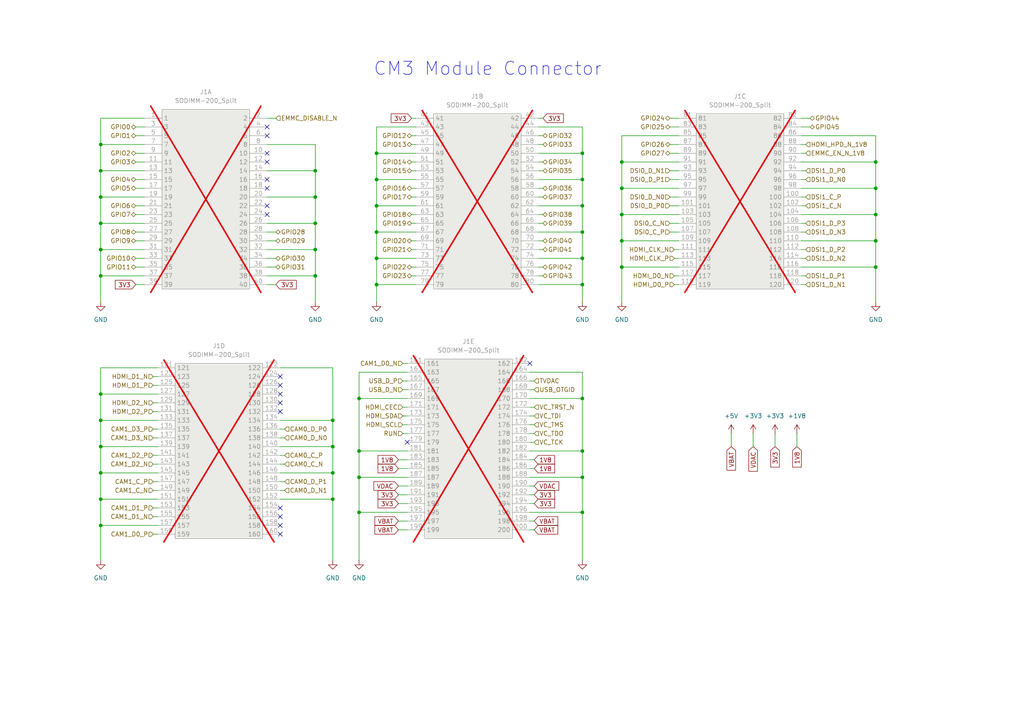
<source format=kicad_sch>
(kicad_sch (version 20231120) (generator "eeschema") (generator_version "8.0")
  (paper "A4")
  (title_block (title "Pi Compute Module 3 Minimum Viable Board") (date "2024-03-28") (rev "1") (company "Designed by: Kuro"))
  (lib_symbols
    (symbol "Connector:SODIMM-200_Split"
      (property "Reference" "J" (at 0 1.27 0))
      (property "Value" "SODIMM-200_Split" (at 0 -1.27 0))
      (symbol "SODIMM-200_Split_1_1"
        (rectangle (start -12.7 25.4) (end 12.7 -26.67) (fill (type background)))
        (pin passive line (at -17.78 22.86 0) (length 5.08) (name "1") (number "1"))
        (pin passive line (at 17.78 12.7 180) (length 5.08) (name "10") (number "10"))
        (pin passive line (at -17.78 10.16 0) (length 5.08) (name "11") (number "11"))
        (pin passive line (at 17.78 10.16 180) (length 5.08) (name "12") (number "12"))
        (pin passive line (at -17.78 7.62 0) (length 5.08) (name "13") (number "13"))
        (pin passive line (at 17.78 7.62 180) (length 5.08) (name "14") (number "14"))
        (pin passive line (at -17.78 5.08 0) (length 5.08) (name "15") (number "15"))
        (pin passive line (at 17.78 5.08 180) (length 5.08) (name "16") (number "16"))
        (pin passive line (at -17.78 2.54 0) (length 5.08) (name "17") (number "17"))
        (pin passive line (at 17.78 2.54 180) (length 5.08) (name "18") (number "18"))
        (pin passive line (at -17.78 0 0) (length 5.08) (name "19") (number "19"))
        (pin passive line (at 17.78 22.86 180) (length 5.08) (name "2") (number "2"))
        (pin passive line (at 17.78 0 180) (length 5.08) (name "20") (number "20"))
        (pin passive line (at -17.78 -2.54 0) (length 5.08) (name "21") (number "21"))
        (pin passive line (at 17.78 -2.54 180) (length 5.08) (name "22") (number "22"))
        (pin passive line (at -17.78 -5.08 0) (length 5.08) (name "23") (number "23"))
        (pin passive line (at 17.78 -5.08 180) (length 5.08) (name "24") (number "24"))
        (pin passive line (at -17.78 -7.62 0) (length 5.08) (name "25") (number "25"))
        (pin passive line (at 17.78 -7.62 180) (length 5.08) (name "26") (number "26"))
        (pin passive line (at -17.78 -10.16 0) (length 5.08) (name "27") (number "27"))
        (pin passive line (at 17.78 -10.16 180) (length 5.08) (name "28") (number "28"))
        (pin passive line (at -17.78 -12.7 0) (length 5.08) (name "29") (number "29"))
        (pin passive line (at -17.78 20.32 0) (length 5.08) (name "3") (number "3"))
        (pin passive line (at 17.78 -12.7 180) (length 5.08) (name "30") (number "30"))
        (pin passive line (at -17.78 -15.24 0) (length 5.08) (name "31") (number "31"))
        (pin passive line (at 17.78 -15.24 180) (length 5.08) (name "32") (number "32"))
        (pin passive line (at -17.78 -17.78 0) (length 5.08) (name "33") (number "33"))
        (pin passive line (at 17.78 -17.78 180) (length 5.08) (name "34") (number "34"))
        (pin passive line (at -17.78 -20.32 0) (length 5.08) (name "35") (number "35"))
        (pin passive line (at 17.78 -20.32 180) (length 5.08) (name "36") (number "36"))
        (pin passive line (at -17.78 -22.86 0) (length 5.08) (name "37") (number "37"))
        (pin passive line (at 17.78 -22.86 180) (length 5.08) (name "38") (number "38"))
        (pin passive line (at -17.78 -25.4 0) (length 5.08) (name "39") (number "39"))
        (pin passive line (at 17.78 20.32 180) (length 5.08) (name "4") (number "4"))
        (pin passive line (at 17.78 -25.4 180) (length 5.08) (name "40") (number "40"))
        (pin passive line (at -17.78 17.78 0) (length 5.08) (name "5") (number "5"))
        (pin passive line (at 17.78 17.78 180) (length 5.08) (name "6") (number "6"))
        (pin passive line (at -17.78 15.24 0) (length 5.08) (name "7") (number "7"))
        (pin passive line (at 17.78 15.24 180) (length 5.08) (name "8") (number "8"))
        (pin passive line (at -17.78 12.7 0) (length 5.08) (name "9") (number "9"))
      )
      (symbol "SODIMM-200_Split_2_1"
        (rectangle (start -12.7 -26.67) (end 12.7 24.13) (fill (type background)))
        (pin passive line (at -17.78 22.86 0) (length 5.08) (name "41") (number "41"))
        (pin passive line (at 17.78 22.86 180) (length 5.08) (name "42") (number "42"))
        (pin passive line (at -17.78 20.32 0) (length 5.08) (name "43") (number "43"))
        (pin passive line (at 17.78 20.32 180) (length 5.08) (name "44") (number "44"))
        (pin passive line (at -17.78 17.78 0) (length 5.08) (name "45") (number "45"))
        (pin passive line (at 17.78 17.78 180) (length 5.08) (name "46") (number "46"))
        (pin passive line (at -17.78 15.24 0) (length 5.08) (name "47") (number "47"))
        (pin passive line (at 17.78 15.24 180) (length 5.08) (name "48") (number "48"))
        (pin passive line (at -17.78 12.7 0) (length 5.08) (name "49") (number "49"))
        (pin passive line (at 17.78 12.7 180) (length 5.08) (name "50") (number "50"))
        (pin passive line (at -17.78 10.16 0) (length 5.08) (name "51") (number "51"))
        (pin passive line (at 17.78 10.16 180) (length 5.08) (name "52") (number "52"))
        (pin passive line (at -17.78 7.62 0) (length 5.08) (name "53") (number "53"))
        (pin passive line (at 17.78 7.62 180) (length 5.08) (name "54") (number "54"))
        (pin passive line (at -17.78 5.08 0) (length 5.08) (name "55") (number "55"))
        (pin passive line (at 17.78 5.08 180) (length 5.08) (name "56") (number "56"))
        (pin passive line (at -17.78 2.54 0) (length 5.08) (name "57") (number "57"))
        (pin passive line (at 17.78 2.54 180) (length 5.08) (name "58") (number "58"))
        (pin passive line (at -17.78 0 0) (length 5.08) (name "59") (number "59"))
        (pin passive line (at 17.78 0 180) (length 5.08) (name "60") (number "60"))
        (pin passive line (at -17.78 -2.54 0) (length 5.08) (name "61") (number "61"))
        (pin passive line (at 17.78 -2.54 180) (length 5.08) (name "62") (number "62"))
        (pin passive line (at -17.78 -5.08 0) (length 5.08) (name "63") (number "63"))
        (pin passive line (at 17.78 -5.08 180) (length 5.08) (name "64") (number "64"))
        (pin passive line (at -17.78 -7.62 0) (length 5.08) (name "65") (number "65"))
        (pin passive line (at 17.78 -7.62 180) (length 5.08) (name "66") (number "66"))
        (pin passive line (at -17.78 -10.16 0) (length 5.08) (name "67") (number "67"))
        (pin passive line (at 17.78 -10.16 180) (length 5.08) (name "68") (number "68"))
        (pin passive line (at -17.78 -12.7 0) (length 5.08) (name "69") (number "69"))
        (pin passive line (at 17.78 -12.7 180) (length 5.08) (name "70") (number "70"))
        (pin passive line (at -17.78 -15.24 0) (length 5.08) (name "71") (number "71"))
        (pin passive line (at 17.78 -15.24 180) (length 5.08) (name "72") (number "72"))
        (pin passive line (at -17.78 -17.78 0) (length 5.08) (name "73") (number "73"))
        (pin passive line (at 17.78 -17.78 180) (length 5.08) (name "74") (number "74"))
        (pin passive line (at -17.78 -20.32 0) (length 5.08) (name "75") (number "75"))
        (pin passive line (at 17.78 -20.32 180) (length 5.08) (name "76") (number "76"))
        (pin passive line (at -17.78 -22.86 0) (length 5.08) (name "77") (number "77"))
        (pin passive line (at 17.78 -22.86 180) (length 5.08) (name "78") (number "78"))
        (pin passive line (at -17.78 -25.4 0) (length 5.08) (name "79") (number "79"))
        (pin passive line (at 17.78 -25.4 180) (length 5.08) (name "80") (number "80"))
      )
      (symbol "SODIMM-200_Split_3_1"
        (rectangle (start -12.7 24.13) (end 12.7 -26.67) (fill (type background)))
        (pin passive line (at 17.78 0 180) (length 5.08) (name "100") (number "100"))
        (pin passive line (at -17.78 -2.54 0) (length 5.08) (name "101") (number "101"))
        (pin passive line (at 17.78 -2.54 180) (length 5.08) (name "102") (number "102"))
        (pin passive line (at -17.78 -5.08 0) (length 5.08) (name "103") (number "103"))
        (pin passive line (at 17.78 -5.08 180) (length 5.08) (name "104") (number "104"))
        (pin passive line (at -17.78 -7.62 0) (length 5.08) (name "105") (number "105"))
        (pin passive line (at 17.78 -7.62 180) (length 5.08) (name "106") (number "106"))
        (pin passive line (at -17.78 -10.16 0) (length 5.08) (name "107") (number "107"))
        (pin passive line (at 17.78 -10.16 180) (length 5.08) (name "108") (number "108"))
        (pin passive line (at -17.78 -12.7 0) (length 5.08) (name "109") (number "109"))
        (pin passive line (at 17.78 -12.7 180) (length 5.08) (name "110") (number "110"))
        (pin passive line (at -17.78 -15.24 0) (length 5.08) (name "111") (number "111"))
        (pin passive line (at 17.78 -15.24 180) (length 5.08) (name "112") (number "112"))
        (pin passive line (at -17.78 -17.78 0) (length 5.08) (name "113") (number "113"))
        (pin passive line (at 17.78 -17.78 180) (length 5.08) (name "114") (number "114"))
        (pin passive line (at -17.78 -20.32 0) (length 5.08) (name "115") (number "115"))
        (pin passive line (at 17.78 -20.32 180) (length 5.08) (name "116") (number "116"))
        (pin passive line (at -17.78 -22.86 0) (length 5.08) (name "117") (number "117"))
        (pin passive line (at 17.78 -22.86 180) (length 5.08) (name "118") (number "118"))
        (pin passive line (at -17.78 -25.4 0) (length 5.08) (name "119") (number "119"))
        (pin passive line (at 17.78 -25.4 180) (length 5.08) (name "120") (number "120"))
        (pin passive line (at -17.78 22.86 0) (length 5.08) (name "81") (number "81"))
        (pin passive line (at 17.78 22.86 180) (length 5.08) (name "82") (number "82"))
        (pin passive line (at -17.78 20.32 0) (length 5.08) (name "83") (number "83"))
        (pin passive line (at 17.78 20.32 180) (length 5.08) (name "84") (number "84"))
        (pin passive line (at -17.78 17.78 0) (length 5.08) (name "85") (number "85"))
        (pin passive line (at 17.78 17.78 180) (length 5.08) (name "86") (number "86"))
        (pin passive line (at -17.78 15.24 0) (length 5.08) (name "87") (number "87"))
        (pin passive line (at 17.78 15.24 180) (length 5.08) (name "88") (number "88"))
        (pin passive line (at -17.78 12.7 0) (length 5.08) (name "89") (number "89"))
        (pin passive line (at 17.78 12.7 180) (length 5.08) (name "90") (number "90"))
        (pin passive line (at -17.78 10.16 0) (length 5.08) (name "91") (number "91"))
        (pin passive line (at 17.78 10.16 180) (length 5.08) (name "92") (number "92"))
        (pin passive line (at -17.78 7.62 0) (length 5.08) (name "93") (number "93"))
        (pin passive line (at 17.78 7.62 180) (length 5.08) (name "94") (number "94"))
        (pin passive line (at -17.78 5.08 0) (length 5.08) (name "95") (number "95"))
        (pin passive line (at 17.78 5.08 180) (length 5.08) (name "96") (number "96"))
        (pin passive line (at -17.78 2.54 0) (length 5.08) (name "97") (number "97"))
        (pin passive line (at 17.78 2.54 180) (length 5.08) (name "98") (number "98"))
        (pin passive line (at -17.78 0 0) (length 5.08) (name "99") (number "99"))
      )
      (symbol "SODIMM-200_Split_4_1"
        (rectangle (start -12.7 24.13) (end 12.7 -26.67) (fill (type background)))
        (pin passive line (at -17.78 22.86 0) (length 5.08) (name "121") (number "121"))
        (pin passive line (at 17.78 22.86 180) (length 5.08) (name "122") (number "122"))
        (pin passive line (at -17.78 20.32 0) (length 5.08) (name "123") (number "123"))
        (pin passive line (at 17.78 20.32 180) (length 5.08) (name "124") (number "124"))
        (pin passive line (at -17.78 17.78 0) (length 5.08) (name "125") (number "125"))
        (pin passive line (at 17.78 17.78 180) (length 5.08) (name "126") (number "126"))
        (pin passive line (at -17.78 15.24 0) (length 5.08) (name "127") (number "127"))
        (pin passive line (at 17.78 15.24 180) (length 5.08) (name "128") (number "128"))
        (pin passive line (at -17.78 12.7 0) (length 5.08) (name "129") (number "129"))
        (pin passive line (at 17.78 12.7 180) (length 5.08) (name "130") (number "130"))
        (pin passive line (at -17.78 10.16 0) (length 5.08) (name "131") (number "131"))
        (pin passive line (at 17.78 10.16 180) (length 5.08) (name "132") (number "132"))
        (pin passive line (at -17.78 7.62 0) (length 5.08) (name "133") (number "133"))
        (pin passive line (at 17.78 7.62 180) (length 5.08) (name "134") (number "134"))
        (pin passive line (at -17.78 5.08 0) (length 5.08) (name "135") (number "135"))
        (pin passive line (at 17.78 5.08 180) (length 5.08) (name "136") (number "136"))
        (pin passive line (at -17.78 2.54 0) (length 5.08) (name "137") (number "137"))
        (pin passive line (at 17.78 2.54 180) (length 5.08) (name "138") (number "138"))
        (pin passive line (at -17.78 0 0) (length 5.08) (name "139") (number "139"))
        (pin passive line (at 17.78 0 180) (length 5.08) (name "140") (number "140"))
        (pin passive line (at -17.78 -2.54 0) (length 5.08) (name "141") (number "141"))
        (pin passive line (at 17.78 -2.54 180) (length 5.08) (name "142") (number "142"))
        (pin passive line (at -17.78 -5.08 0) (length 5.08) (name "143") (number "143"))
        (pin passive line (at 17.78 -5.08 180) (length 5.08) (name "144") (number "144"))
        (pin passive line (at -17.78 -7.62 0) (length 5.08) (name "145") (number "145"))
        (pin passive line (at 17.78 -7.62 180) (length 5.08) (name "146") (number "146"))
        (pin passive line (at -17.78 -10.16 0) (length 5.08) (name "147") (number "147"))
        (pin passive line (at 17.78 -10.16 180) (length 5.08) (name "148") (number "148"))
        (pin passive line (at -17.78 -12.7 0) (length 5.08) (name "149") (number "149"))
        (pin passive line (at 17.78 -12.7 180) (length 5.08) (name "150") (number "150"))
        (pin passive line (at -17.78 -15.24 0) (length 5.08) (name "151") (number "151"))
        (pin passive line (at 17.78 -15.24 180) (length 5.08) (name "152") (number "152"))
        (pin passive line (at -17.78 -17.78 0) (length 5.08) (name "153") (number "153"))
        (pin passive line (at 17.78 -17.78 180) (length 5.08) (name "154") (number "154"))
        (pin passive line (at -17.78 -20.32 0) (length 5.08) (name "155") (number "155"))
        (pin passive line (at 17.78 -20.32 180) (length 5.08) (name "156") (number "156"))
        (pin passive line (at -17.78 -22.86 0) (length 5.08) (name "157") (number "157"))
        (pin passive line (at 17.78 -22.86 180) (length 5.08) (name "158") (number "158"))
        (pin passive line (at -17.78 -25.4 0) (length 5.08) (name "159") (number "159"))
        (pin passive line (at 17.78 -25.4 180) (length 5.08) (name "160") (number "160"))
      )
      (symbol "SODIMM-200_Split_5_1"
        (rectangle (start -12.7 24.13) (end 12.7 -27.94) (fill (type background)))
        (pin passive line (at -17.78 22.86 0) (length 5.08) (name "161") (number "161"))
        (pin passive line (at 17.78 22.86 180) (length 5.08) (name "162") (number "162"))
        (pin passive line (at -17.78 20.32 0) (length 5.08) (name "163") (number "163"))
        (pin passive line (at 17.78 20.32 180) (length 5.08) (name "164") (number "164"))
        (pin passive line (at -17.78 17.78 0) (length 5.08) (name "165") (number "165"))
        (pin passive line (at 17.78 17.78 180) (length 5.08) (name "166") (number "166"))
        (pin passive line (at -17.78 15.24 0) (length 5.08) (name "167") (number "167"))
        (pin passive line (at 17.78 15.24 180) (length 5.08) (name "168") (number "168"))
        (pin passive line (at -17.78 12.7 0) (length 5.08) (name "169") (number "169"))
        (pin passive line (at 17.78 12.7 180) (length 5.08) (name "170") (number "170"))
        (pin passive line (at -17.78 10.16 0) (length 5.08) (name "171") (number "171"))
        (pin passive line (at 17.78 10.16 180) (length 5.08) (name "172") (number "172"))
        (pin passive line (at -17.78 7.62 0) (length 5.08) (name "173") (number "173"))
        (pin passive line (at 17.78 7.62 180) (length 5.08) (name "174") (number "174"))
        (pin passive line (at -17.78 5.08 0) (length 5.08) (name "175") (number "175"))
        (pin passive line (at 17.78 5.08 180) (length 5.08) (name "176") (number "176"))
        (pin passive line (at -17.78 2.54 0) (length 5.08) (name "177") (number "177"))
        (pin passive line (at 17.78 2.54 180) (length 5.08) (name "178") (number "178"))
        (pin passive line (at -17.78 0 0) (length 5.08) (name "179") (number "179"))
        (pin passive line (at 17.78 0 180) (length 5.08) (name "180") (number "180"))
        (pin passive line (at -17.78 -2.54 0) (length 5.08) (name "181") (number "181"))
        (pin passive line (at 17.78 -2.54 180) (length 5.08) (name "182") (number "182"))
        (pin passive line (at -17.78 -5.08 0) (length 5.08) (name "183") (number "183"))
        (pin passive line (at 17.78 -5.08 180) (length 5.08) (name "184") (number "184"))
        (pin passive line (at -17.78 -7.62 0) (length 5.08) (name "185") (number "185"))
        (pin passive line (at 17.78 -7.62 180) (length 5.08) (name "186") (number "186"))
        (pin passive line (at -17.78 -10.16 0) (length 5.08) (name "187") (number "187"))
        (pin passive line (at 17.78 -10.16 180) (length 5.08) (name "188") (number "188"))
        (pin passive line (at -17.78 -12.7 0) (length 5.08) (name "189") (number "189"))
        (pin passive line (at 17.78 -12.7 180) (length 5.08) (name "190") (number "190"))
        (pin passive line (at -17.78 -15.24 0) (length 5.08) (name "191") (number "191"))
        (pin passive line (at 17.78 -15.24 180) (length 5.08) (name "192") (number "192"))
        (pin passive line (at -17.78 -17.78 0) (length 5.08) (name "193") (number "193"))
        (pin passive line (at 17.78 -17.78 180) (length 5.08) (name "194") (number "194"))
        (pin passive line (at -17.78 -20.32 0) (length 5.08) (name "195") (number "195"))
        (pin passive line (at 17.78 -20.32 180) (length 5.08) (name "196") (number "196"))
        (pin passive line (at -17.78 -22.86 0) (length 5.08) (name "197") (number "197"))
        (pin passive line (at 17.78 -22.86 180) (length 5.08) (name "198") (number "198"))
        (pin passive line (at -17.78 -25.4 0) (length 5.08) (name "199") (number "199"))
        (pin passive line (at 17.78 -25.4 180) (length 5.08) (name "200") (number "200"))
      )
    )
    (symbol "power:+1V8" (power) (pin_numbers hide) (pin_names (offset 0) hide)
      (property "Value" "+1V8" (at 0 3.556 0))
      (symbol "+1V8_0_1"
        (polyline (pts (xy -0.762 1.27) (xy 0 2.54)))
        (polyline (pts (xy 0 0) (xy 0 2.54)))
        (polyline (pts (xy 0 2.54) (xy 0.762 1.27)))
      )
      (symbol "+1V8_1_1"
        (pin power_in line (at 0 0 90) (length 0) (name "~") (number "1"))
      )
    )
    (symbol "power:+3V3" (power) (pin_numbers hide) (pin_names (offset 0) hide)
      (property "Value" "+3V3" (at 0 3.556 0))
      (symbol "+3V3_0_1"
        (polyline (pts (xy -0.762 1.27) (xy 0 2.54)))
        (polyline (pts (xy 0 0) (xy 0 2.54)))
        (polyline (pts (xy 0 2.54) (xy 0.762 1.27)))
      )
      (symbol "+3V3_1_1"
        (pin power_in line (at 0 0 90) (length 0) (name "~") (number "1"))
      )
    )
    (symbol "power:+5V" (power) (pin_numbers hide) (pin_names (offset 0) hide)
      (property "Value" "+5V" (at 0 3.556 0))
      (symbol "+5V_0_1"
        (polyline (pts (xy -0.762 1.27) (xy 0 2.54)))
        (polyline (pts (xy 0 0) (xy 0 2.54)))
        (polyline (pts (xy 0 2.54) (xy 0.762 1.27)))
      )
      (symbol "+5V_1_1"
        (pin power_in line (at 0 0 90) (length 0) (name "~") (number "1"))
      )
    )
    (symbol "power:GND" (power) (pin_numbers hide) (pin_names (offset 0) hide)
      (property "Value" "GND" (at 0 -3.81 0))
      (symbol "GND_0_1"
        (polyline (pts (xy 0 0) (xy 0 -1.27) (xy 1.27 -1.27) (xy 0 -2.54) (xy -1.27 -1.27) (xy 0 -1.27)))
      )
      (symbol "GND_1_1"
        (pin power_in line (at 0 0 270) (length 0) (name "~") (number "1"))
      )
    )
  )
  (junction (at 91.44 64.77))
  (junction (at 29.21 80.01))
  (junction (at 29.21 129.54))
  (junction (at 96.52 129.54))
  (junction (at 180.34 46.99))
  (junction (at 96.52 137.16))
  (junction (at 104.14 148.59))
  (junction (at 109.22 59.69))
  (junction (at 168.91 59.69))
  (junction (at 96.52 144.78))
  (junction (at 29.21 144.78))
  (junction (at 29.21 49.53))
  (junction (at 29.21 57.15))
  (junction (at 109.22 67.31))
  (junction (at 91.44 49.53))
  (junction (at 168.91 115.57))
  (junction (at 180.34 77.47))
  (junction (at 168.91 74.93))
  (junction (at 104.14 138.43))
  (junction (at 104.14 130.81))
  (junction (at 168.91 148.59))
  (junction (at 254 77.47))
  (junction (at 29.21 137.16))
  (junction (at 168.91 82.55))
  (junction (at 29.21 114.3))
  (junction (at 96.52 121.92))
  (junction (at 168.91 130.81))
  (junction (at 180.34 54.61))
  (junction (at 104.14 115.57))
  (junction (at 29.21 121.92))
  (junction (at 180.34 69.85))
  (junction (at 254 54.61))
  (junction (at 109.22 74.93))
  (junction (at 168.91 67.31))
  (junction (at 168.91 44.45))
  (junction (at 109.22 44.45))
  (junction (at 168.91 52.07))
  (junction (at 91.44 72.39))
  (junction (at 254 62.23))
  (junction (at 29.21 64.77))
  (junction (at 29.21 152.4))
  (junction (at 109.22 82.55))
  (junction (at 91.44 80.01))
  (junction (at 168.91 138.43))
  (junction (at 254 46.99))
  (junction (at 91.44 57.15))
  (junction (at 29.21 41.91))
  (junction (at 109.22 52.07))
  (junction (at 254 69.85))
  (junction (at 29.21 72.39))
  (junction (at 180.34 62.23))
  (no_connect (at 81.28 111.76))
  (no_connect (at 118.11 128.27))
  (no_connect (at 77.47 54.61))
  (no_connect (at 81.28 149.86))
  (no_connect (at 77.47 52.07))
  (no_connect (at 81.28 147.32))
  (no_connect (at 153.67 105.41))
  (no_connect (at 81.28 119.38))
  (no_connect (at 77.47 44.45))
  (no_connect (at 81.28 114.3))
  (no_connect (at 81.28 152.4))
  (no_connect (at 77.47 62.23))
  (no_connect (at 81.28 116.84))
  (no_connect (at 77.47 46.99))
  (no_connect (at 77.47 59.69))
  (no_connect (at 81.28 109.22))
  (no_connect (at 81.28 154.94))
  (no_connect (at 77.47 39.37))
  (no_connect (at 77.47 36.83))
  (wire (pts (xy 153.67 118.11) (xy 154.94 118.11)))
  (wire (pts (xy 168.91 148.59) (xy 168.91 162.56)))
  (wire (pts (xy 91.44 41.91) (xy 91.44 49.53)))
  (wire (pts (xy 81.28 129.54) (xy 96.52 129.54)))
  (wire (pts (xy 44.45 127) (xy 45.72 127)))
  (wire (pts (xy 120.65 36.83) (xy 109.22 36.83)))
  (wire (pts (xy 115.57 153.67) (xy 118.11 153.67)))
  (wire (pts (xy 156.21 80.01) (xy 157.48 80.01)))
  (wire (pts (xy 81.28 121.92) (xy 96.52 121.92)))
  (wire (pts (xy 232.41 77.47) (xy 254 77.47)))
  (wire (pts (xy 39.37 77.47) (xy 41.91 77.47)))
  (wire (pts (xy 29.21 49.53) (xy 29.21 41.91)))
  (wire (pts (xy 96.52 137.16) (xy 96.52 144.78)))
  (wire (pts (xy 115.57 133.35) (xy 118.11 133.35)))
  (wire (pts (xy 29.21 137.16) (xy 45.72 137.16)))
  (wire (pts (xy 194.31 52.07) (xy 196.85 52.07)))
  (wire (pts (xy 81.28 124.46) (xy 82.55 124.46)))
  (wire (pts (xy 115.57 135.89) (xy 118.11 135.89)))
  (wire (pts (xy 39.37 44.45) (xy 41.91 44.45)))
  (wire (pts (xy 29.21 137.16) (xy 29.21 144.78)))
  (wire (pts (xy 231.14 125.73) (xy 231.14 129.54)))
  (wire (pts (xy 29.21 152.4) (xy 45.72 152.4)))
  (wire (pts (xy 195.58 72.39) (xy 196.85 72.39)))
  (wire (pts (xy 77.47 77.47) (xy 80.01 77.47)))
  (wire (pts (xy 119.38 54.61) (xy 120.65 54.61)))
  (wire (pts (xy 91.44 80.01) (xy 91.44 87.63)))
  (wire (pts (xy 39.37 69.85) (xy 41.91 69.85)))
  (wire (pts (xy 109.22 67.31) (xy 109.22 74.93)))
  (wire (pts (xy 119.38 80.01) (xy 120.65 80.01)))
  (wire (pts (xy 168.91 74.93) (xy 168.91 82.55)))
  (wire (pts (xy 180.34 69.85) (xy 196.85 69.85)))
  (wire (pts (xy 194.31 34.29) (xy 196.85 34.29)))
  (wire (pts (xy 168.91 36.83) (xy 168.91 44.45)))
  (wire (pts (xy 29.21 41.91) (xy 41.91 41.91)))
  (wire (pts (xy 153.67 140.97) (xy 154.94 140.97)))
  (wire (pts (xy 153.67 110.49) (xy 154.94 110.49)))
  (wire (pts (xy 232.41 64.77) (xy 233.68 64.77)))
  (wire (pts (xy 156.21 52.07) (xy 168.91 52.07)))
  (wire (pts (xy 195.58 80.01) (xy 196.85 80.01)))
  (wire (pts (xy 254 46.99) (xy 254 54.61)))
  (wire (pts (xy 254 69.85) (xy 254 77.47)))
  (wire (pts (xy 81.28 106.68) (xy 96.52 106.68)))
  (wire (pts (xy 232.41 57.15) (xy 233.68 57.15)))
  (wire (pts (xy 29.21 64.77) (xy 29.21 57.15)))
  (wire (pts (xy 116.84 113.03) (xy 118.11 113.03)))
  (wire (pts (xy 77.47 49.53) (xy 91.44 49.53)))
  (wire (pts (xy 156.21 36.83) (xy 168.91 36.83)))
  (wire (pts (xy 232.41 67.31) (xy 233.68 67.31)))
  (wire (pts (xy 156.21 49.53) (xy 157.48 49.53)))
  (wire (pts (xy 115.57 143.51) (xy 118.11 143.51)))
  (wire (pts (xy 29.21 87.63) (xy 29.21 80.01)))
  (wire (pts (xy 91.44 49.53) (xy 91.44 57.15)))
  (wire (pts (xy 29.21 129.54) (xy 29.21 137.16)))
  (wire (pts (xy 104.14 130.81) (xy 104.14 138.43)))
  (wire (pts (xy 194.31 36.83) (xy 196.85 36.83)))
  (wire (pts (xy 96.52 121.92) (xy 96.52 129.54)))
  (wire (pts (xy 29.21 114.3) (xy 45.72 114.3)))
  (wire (pts (xy 81.28 137.16) (xy 96.52 137.16)))
  (wire (pts (xy 218.44 125.73) (xy 218.44 129.54)))
  (wire (pts (xy 109.22 82.55) (xy 109.22 87.63)))
  (wire (pts (xy 153.67 143.51) (xy 154.94 143.51)))
  (wire (pts (xy 232.41 82.55) (xy 233.68 82.55)))
  (wire (pts (xy 156.21 69.85) (xy 157.48 69.85)))
  (wire (pts (xy 156.21 34.29) (xy 157.48 34.29)))
  (wire (pts (xy 232.41 49.53) (xy 233.68 49.53)))
  (wire (pts (xy 153.67 115.57) (xy 168.91 115.57)))
  (wire (pts (xy 109.22 52.07) (xy 109.22 59.69)))
  (wire (pts (xy 153.67 151.13) (xy 154.94 151.13)))
  (wire (pts (xy 180.34 69.85) (xy 180.34 77.47)))
  (wire (pts (xy 153.67 148.59) (xy 168.91 148.59)))
  (wire (pts (xy 39.37 36.83) (xy 41.91 36.83)))
  (wire (pts (xy 232.41 74.93) (xy 233.68 74.93)))
  (wire (pts (xy 77.47 74.93) (xy 80.01 74.93)))
  (wire (pts (xy 180.34 46.99) (xy 180.34 54.61)))
  (wire (pts (xy 168.91 130.81) (xy 168.91 138.43)))
  (wire (pts (xy 104.14 138.43) (xy 104.14 148.59)))
  (wire (pts (xy 116.84 125.73) (xy 118.11 125.73)))
  (wire (pts (xy 44.45 132.08) (xy 45.72 132.08)))
  (wire (pts (xy 168.91 107.95) (xy 168.91 115.57)))
  (wire (pts (xy 44.45 139.7) (xy 45.72 139.7)))
  (wire (pts (xy 194.31 64.77) (xy 196.85 64.77)))
  (wire (pts (xy 29.21 72.39) (xy 41.91 72.39)))
  (wire (pts (xy 104.14 115.57) (xy 104.14 130.81)))
  (wire (pts (xy 77.47 67.31) (xy 80.01 67.31)))
  (wire (pts (xy 96.52 106.68) (xy 96.52 121.92)))
  (wire (pts (xy 156.21 74.93) (xy 168.91 74.93)))
  (wire (pts (xy 254 62.23) (xy 254 69.85)))
  (wire (pts (xy 39.37 39.37) (xy 41.91 39.37)))
  (wire (pts (xy 44.45 134.62) (xy 45.72 134.62)))
  (wire (pts (xy 195.58 74.93) (xy 196.85 74.93)))
  (wire (pts (xy 168.91 82.55) (xy 168.91 87.63)))
  (wire (pts (xy 153.67 146.05) (xy 154.94 146.05)))
  (wire (pts (xy 156.21 54.61) (xy 157.48 54.61)))
  (wire (pts (xy 156.21 77.47) (xy 157.48 77.47)))
  (wire (pts (xy 156.21 67.31) (xy 168.91 67.31)))
  (wire (pts (xy 168.91 138.43) (xy 168.91 148.59)))
  (wire (pts (xy 29.21 144.78) (xy 29.21 152.4)))
  (wire (pts (xy 109.22 74.93) (xy 120.65 74.93)))
  (wire (pts (xy 29.21 152.4) (xy 29.21 162.56)))
  (wire (pts (xy 232.41 41.91) (xy 233.68 41.91)))
  (wire (pts (xy 153.67 138.43) (xy 168.91 138.43)))
  (wire (pts (xy 180.34 54.61) (xy 196.85 54.61)))
  (wire (pts (xy 168.91 44.45) (xy 168.91 52.07)))
  (wire (pts (xy 29.21 129.54) (xy 45.72 129.54)))
  (wire (pts (xy 91.44 72.39) (xy 91.44 80.01)))
  (wire (pts (xy 232.41 44.45) (xy 233.68 44.45)))
  (wire (pts (xy 180.34 77.47) (xy 180.34 87.63)))
  (wire (pts (xy 77.47 80.01) (xy 91.44 80.01)))
  (wire (pts (xy 156.21 62.23) (xy 157.48 62.23)))
  (wire (pts (xy 119.38 46.99) (xy 120.65 46.99)))
  (wire (pts (xy 168.91 67.31) (xy 168.91 74.93)))
  (wire (pts (xy 115.57 140.97) (xy 118.11 140.97)))
  (wire (pts (xy 180.34 62.23) (xy 196.85 62.23)))
  (wire (pts (xy 153.67 113.03) (xy 154.94 113.03)))
  (wire (pts (xy 29.21 106.68) (xy 29.21 114.3)))
  (wire (pts (xy 104.14 148.59) (xy 104.14 162.56)))
  (wire (pts (xy 39.37 74.93) (xy 41.91 74.93)))
  (wire (pts (xy 194.31 67.31) (xy 196.85 67.31)))
  (wire (pts (xy 194.31 59.69) (xy 196.85 59.69)))
  (wire (pts (xy 109.22 59.69) (xy 109.22 67.31)))
  (wire (pts (xy 39.37 82.55) (xy 41.91 82.55)))
  (wire (pts (xy 180.34 54.61) (xy 180.34 62.23)))
  (wire (pts (xy 39.37 52.07) (xy 41.91 52.07)))
  (wire (pts (xy 29.21 72.39) (xy 29.21 64.77)))
  (wire (pts (xy 153.67 130.81) (xy 168.91 130.81)))
  (wire (pts (xy 29.21 64.77) (xy 41.91 64.77)))
  (wire (pts (xy 196.85 39.37) (xy 180.34 39.37)))
  (wire (pts (xy 104.14 130.81) (xy 118.11 130.81)))
  (wire (pts (xy 81.28 139.7) (xy 82.55 139.7)))
  (wire (pts (xy 29.21 144.78) (xy 45.72 144.78)))
  (wire (pts (xy 39.37 59.69) (xy 41.91 59.69)))
  (wire (pts (xy 153.67 120.65) (xy 154.94 120.65)))
  (wire (pts (xy 109.22 74.93) (xy 109.22 82.55)))
  (wire (pts (xy 39.37 67.31) (xy 41.91 67.31)))
  (wire (pts (xy 194.31 41.91) (xy 196.85 41.91)))
  (wire (pts (xy 44.45 116.84) (xy 45.72 116.84)))
  (wire (pts (xy 195.58 82.55) (xy 196.85 82.55)))
  (wire (pts (xy 44.45 109.22) (xy 45.72 109.22)))
  (wire (pts (xy 232.41 69.85) (xy 254 69.85)))
  (wire (pts (xy 156.21 57.15) (xy 157.48 57.15)))
  (wire (pts (xy 119.38 64.77) (xy 120.65 64.77)))
  (wire (pts (xy 91.44 64.77) (xy 91.44 72.39)))
  (wire (pts (xy 96.52 144.78) (xy 96.52 162.56)))
  (wire (pts (xy 254 77.47) (xy 254 87.63)))
  (wire (pts (xy 44.45 124.46) (xy 45.72 124.46)))
  (wire (pts (xy 180.34 46.99) (xy 196.85 46.99)))
  (wire (pts (xy 232.41 80.01) (xy 233.68 80.01)))
  (wire (pts (xy 39.37 46.99) (xy 41.91 46.99)))
  (wire (pts (xy 153.67 128.27) (xy 154.94 128.27)))
  (wire (pts (xy 224.79 125.73) (xy 224.79 129.54)))
  (wire (pts (xy 109.22 44.45) (xy 120.65 44.45)))
  (wire (pts (xy 194.31 44.45) (xy 196.85 44.45)))
  (wire (pts (xy 77.47 82.55) (xy 80.01 82.55)))
  (wire (pts (xy 153.67 153.67) (xy 154.94 153.67)))
  (wire (pts (xy 44.45 142.24) (xy 45.72 142.24)))
  (wire (pts (xy 77.47 41.91) (xy 91.44 41.91)))
  (wire (pts (xy 77.47 72.39) (xy 91.44 72.39)))
  (wire (pts (xy 232.41 62.23) (xy 254 62.23)))
  (wire (pts (xy 153.67 135.89) (xy 154.94 135.89)))
  (wire (pts (xy 232.41 36.83) (xy 234.95 36.83)))
  (wire (pts (xy 29.21 114.3) (xy 29.21 121.92)))
  (wire (pts (xy 212.09 125.73) (xy 212.09 129.54)))
  (wire (pts (xy 119.38 77.47) (xy 120.65 77.47)))
  (wire (pts (xy 77.47 57.15) (xy 91.44 57.15)))
  (wire (pts (xy 156.21 44.45) (xy 168.91 44.45)))
  (wire (pts (xy 29.21 57.15) (xy 41.91 57.15)))
  (wire (pts (xy 254 39.37) (xy 254 46.99)))
  (wire (pts (xy 232.41 46.99) (xy 254 46.99)))
  (wire (pts (xy 180.34 77.47) (xy 196.85 77.47)))
  (wire (pts (xy 119.38 39.37) (xy 120.65 39.37)))
  (wire (pts (xy 81.28 142.24) (xy 82.55 142.24)))
  (wire (pts (xy 115.57 146.05) (xy 118.11 146.05)))
  (wire (pts (xy 156.21 46.99) (xy 157.48 46.99)))
  (wire (pts (xy 116.84 110.49) (xy 118.11 110.49)))
  (wire (pts (xy 118.11 107.95) (xy 104.14 107.95)))
  (wire (pts (xy 104.14 115.57) (xy 118.11 115.57)))
  (wire (pts (xy 153.67 107.95) (xy 168.91 107.95)))
  (wire (pts (xy 168.91 59.69) (xy 168.91 67.31)))
  (wire (pts (xy 232.41 39.37) (xy 254 39.37)))
  (wire (pts (xy 109.22 82.55) (xy 120.65 82.55)))
  (wire (pts (xy 156.21 72.39) (xy 157.48 72.39)))
  (wire (pts (xy 119.38 49.53) (xy 120.65 49.53)))
  (wire (pts (xy 232.41 72.39) (xy 233.68 72.39)))
  (wire (pts (xy 156.21 39.37) (xy 157.48 39.37)))
  (wire (pts (xy 44.45 119.38) (xy 45.72 119.38)))
  (wire (pts (xy 77.47 34.29) (xy 80.01 34.29)))
  (wire (pts (xy 116.84 120.65) (xy 118.11 120.65)))
  (wire (pts (xy 116.84 118.11) (xy 118.11 118.11)))
  (wire (pts (xy 29.21 80.01) (xy 29.21 72.39)))
  (wire (pts (xy 153.67 125.73) (xy 154.94 125.73)))
  (wire (pts (xy 119.38 72.39) (xy 120.65 72.39)))
  (wire (pts (xy 29.21 49.53) (xy 41.91 49.53)))
  (wire (pts (xy 45.72 106.68) (xy 29.21 106.68)))
  (wire (pts (xy 153.67 123.19) (xy 154.94 123.19)))
  (wire (pts (xy 119.38 62.23) (xy 120.65 62.23)))
  (wire (pts (xy 77.47 69.85) (xy 80.01 69.85)))
  (wire (pts (xy 29.21 57.15) (xy 29.21 49.53)))
  (wire (pts (xy 119.38 41.91) (xy 120.65 41.91)))
  (wire (pts (xy 168.91 52.07) (xy 168.91 59.69)))
  (wire (pts (xy 29.21 41.91) (xy 29.21 34.29)))
  (wire (pts (xy 29.21 34.29) (xy 41.91 34.29)))
  (wire (pts (xy 119.38 57.15) (xy 120.65 57.15)))
  (wire (pts (xy 194.31 49.53) (xy 196.85 49.53)))
  (wire (pts (xy 156.21 41.91) (xy 157.48 41.91)))
  (wire (pts (xy 44.45 111.76) (xy 45.72 111.76)))
  (wire (pts (xy 232.41 34.29) (xy 234.95 34.29)))
  (wire (pts (xy 29.21 80.01) (xy 41.91 80.01)))
  (wire (pts (xy 44.45 149.86) (xy 45.72 149.86)))
  (wire (pts (xy 156.21 64.77) (xy 157.48 64.77)))
  (wire (pts (xy 96.52 129.54) (xy 96.52 137.16)))
  (wire (pts (xy 119.38 69.85) (xy 120.65 69.85)))
  (wire (pts (xy 109.22 52.07) (xy 120.65 52.07)))
  (wire (pts (xy 109.22 59.69) (xy 120.65 59.69)))
  (wire (pts (xy 39.37 54.61) (xy 41.91 54.61)))
  (wire (pts (xy 91.44 57.15) (xy 91.44 64.77)))
  (wire (pts (xy 104.14 107.95) (xy 104.14 115.57)))
  (wire (pts (xy 180.34 62.23) (xy 180.34 69.85)))
  (wire (pts (xy 153.67 133.35) (xy 154.94 133.35)))
  (wire (pts (xy 81.28 134.62) (xy 82.55 134.62)))
  (wire (pts (xy 156.21 59.69) (xy 168.91 59.69)))
  (wire (pts (xy 104.14 148.59) (xy 118.11 148.59)))
  (wire (pts (xy 44.45 147.32) (xy 45.72 147.32)))
  (wire (pts (xy 168.91 115.57) (xy 168.91 130.81)))
  (wire (pts (xy 232.41 52.07) (xy 233.68 52.07)))
  (wire (pts (xy 109.22 67.31) (xy 120.65 67.31)))
  (wire (pts (xy 77.47 64.77) (xy 91.44 64.77)))
  (wire (pts (xy 115.57 151.13) (xy 118.11 151.13)))
  (wire (pts (xy 119.38 34.29) (xy 120.65 34.29)))
  (wire (pts (xy 44.45 154.94) (xy 45.72 154.94)))
  (wire (pts (xy 156.21 82.55) (xy 168.91 82.55)))
  (wire (pts (xy 29.21 121.92) (xy 29.21 129.54)))
  (wire (pts (xy 104.14 138.43) (xy 118.11 138.43)))
  (wire (pts (xy 109.22 36.83) (xy 109.22 44.45)))
  (wire (pts (xy 116.84 105.41) (xy 118.11 105.41)))
  (wire (pts (xy 232.41 54.61) (xy 254 54.61)))
  (wire (pts (xy 81.28 144.78) (xy 96.52 144.78)))
  (wire (pts (xy 81.28 132.08) (xy 82.55 132.08)))
  (wire (pts (xy 81.28 127) (xy 82.55 127)))
  (wire (pts (xy 116.84 123.19) (xy 118.11 123.19)))
  (wire (pts (xy 254 54.61) (xy 254 62.23)))
  (wire (pts (xy 180.34 39.37) (xy 180.34 46.99)))
  (wire (pts (xy 39.37 62.23) (xy 41.91 62.23)))
  (wire (pts (xy 232.41 59.69) (xy 233.68 59.69)))
  (wire (pts (xy 194.31 57.15) (xy 196.85 57.15)))
  (wire (pts (xy 29.21 121.92) (xy 45.72 121.92)))
  (wire (pts (xy 109.22 44.45) (xy 109.22 52.07)))
  (text "CM3 Module Connector" (at 141.478 20.066 0) (effects (font (size 3.81 3.81))))
  (global_label "VDAC" (shape input) (at 115.57 140.97 180) (property "Intersheetrefs" "${INTERSHEET_REFS}" (effects (hide yes))))
  (global_label "3V3" (shape input) (at 39.37 82.55 180) (property "Intersheetrefs" "${INTERSHEET_REFS}" (effects (hide yes))))
  (global_label "1V8" (shape input) (at 115.57 133.35 180) (property "Intersheetrefs" "${INTERSHEET_REFS}" (effects (hide yes))))
  (global_label "VDAC" (shape input) (at 154.94 140.97 0) (property "Intersheetrefs" "${INTERSHEET_REFS}" (effects (hide yes))))
  (global_label "VBAT" (shape input) (at 154.94 153.67 0) (property "Intersheetrefs" "${INTERSHEET_REFS}" (effects (hide yes))))
  (global_label "3V3" (shape input) (at 154.94 146.05 0) (property "Intersheetrefs" "${INTERSHEET_REFS}" (effects (hide yes))))
  (global_label "1V8" (shape input) (at 231.14 129.54 270) (property "Intersheetrefs" "${INTERSHEET_REFS}" (effects (hide yes))))
  (global_label "VBAT" (shape input) (at 212.09 129.54 270) (property "Intersheetrefs" "${INTERSHEET_REFS}" (effects (hide yes))))
  (global_label "VBAT" (shape input) (at 154.94 151.13 0) (property "Intersheetrefs" "${INTERSHEET_REFS}" (effects (hide yes))))
  (global_label "1V8" (shape input) (at 154.94 135.89 0) (property "Intersheetrefs" "${INTERSHEET_REFS}" (effects (hide yes))))
  (global_label "3V3" (shape input) (at 157.48 34.29 0) (property "Intersheetrefs" "${INTERSHEET_REFS}" (effects (hide yes))))
  (global_label "3V3" (shape input) (at 154.94 143.51 0) (property "Intersheetrefs" "${INTERSHEET_REFS}" (effects (hide yes))))
  (global_label "3V3" (shape input) (at 224.79 129.54 270) (property "Intersheetrefs" "${INTERSHEET_REFS}" (effects (hide yes))))
  (global_label "3V3" (shape input) (at 115.57 143.51 180) (property "Intersheetrefs" "${INTERSHEET_REFS}" (effects (hide yes))))
  (global_label "3V3" (shape input) (at 80.01 82.55 0) (property "Intersheetrefs" "${INTERSHEET_REFS}" (effects (hide yes))))
  (global_label "VBAT" (shape input) (at 115.57 153.67 180) (property "Intersheetrefs" "${INTERSHEET_REFS}" (effects (hide yes))))
  (global_label "VDAC" (shape input) (at 218.44 129.54 270) (property "Intersheetrefs" "${INTERSHEET_REFS}" (effects (hide yes))))
  (global_label "1V8" (shape input) (at 154.94 133.35 0) (property "Intersheetrefs" "${INTERSHEET_REFS}" (effects (hide yes))))
  (global_label "3V3" (shape input) (at 115.57 146.05 180) (property "Intersheetrefs" "${INTERSHEET_REFS}" (effects (hide yes))))
  (global_label "3V3" (shape input) (at 119.38 34.29 180) (property "Intersheetrefs" "${INTERSHEET_REFS}" (effects (hide yes))))
  (global_label "VBAT" (shape input) (at 115.57 151.13 180) (property "Intersheetrefs" "${INTERSHEET_REFS}" (effects (hide yes))))
  (global_label "1V8" (shape input) (at 115.57 135.89 180) (property "Intersheetrefs" "${INTERSHEET_REFS}" (effects (hide yes))))
  (hierarchical_label "DSI1_C_N" (shape input) (at 233.68 59.69 0))
  (hierarchical_label "EMMC_DISABLE_N" (shape input) (at 80.01 34.29 0))
  (hierarchical_label "GPIO39" (shape bidirectional) (at 157.48 64.77 0))
  (hierarchical_label "GPIO7" (shape bidirectional) (at 39.37 62.23 180))
  (hierarchical_label "GPIO18" (shape bidirectional) (at 119.38 62.23 180))
  (hierarchical_label "EMMC_EN_N_1V8" (shape input) (at 233.68 44.45 0))
  (hierarchical_label "GPIO44" (shape bidirectional) (at 234.95 34.29 0))
  (hierarchical_label "CAM1_C_N" (shape input) (at 44.45 142.24 180))
  (hierarchical_label "GPIO32" (shape bidirectional) (at 157.48 39.37 0))
  (hierarchical_label "GPIO27" (shape bidirectional) (at 194.31 44.45 180))
  (hierarchical_label "GPIO42" (shape bidirectional) (at 157.48 77.47 0))
  (hierarchical_label "USB_D_P" (shape input) (at 116.84 110.49 180))
  (hierarchical_label "GPIO33" (shape bidirectional) (at 157.48 41.91 0))
  (hierarchical_label "HDMI_SCL" (shape input) (at 116.84 123.19 180))
  (hierarchical_label "DSI1_D_N2" (shape input) (at 233.68 74.93 0))
  (hierarchical_label "DSI0_D_N1" (shape input) (at 194.31 49.53 180))
  (hierarchical_label "CAM1_D1_N" (shape input) (at 44.45 149.86 180))
  (hierarchical_label "CAM1_D1_P" (shape input) (at 44.45 147.32 180))
  (hierarchical_label "CAM1_D2_P" (shape input) (at 44.45 132.08 180))
  (hierarchical_label "HDMI_HPD_N_1V8" (shape input) (at 233.68 41.91 0))
  (hierarchical_label "CAM1_D2_N" (shape input) (at 44.45 134.62 180))
  (hierarchical_label "VC_TDO" (shape input) (at 154.94 125.73 0))
  (hierarchical_label "CAM1_D3_N" (shape input) (at 44.45 127 180))
  (hierarchical_label "DSI1_D_N3" (shape input) (at 233.68 67.31 0))
  (hierarchical_label "CAM0_D_P0" (shape input) (at 82.55 124.46 0))
  (hierarchical_label "GPIO25" (shape bidirectional) (at 194.31 36.83 180))
  (hierarchical_label "GPIO29" (shape bidirectional) (at 80.01 69.85 0))
  (hierarchical_label "HDMI_D2_P" (shape input) (at 44.45 119.38 180))
  (hierarchical_label "CAM1_D3_P" (shape input) (at 44.45 124.46 180))
  (hierarchical_label "GPIO5" (shape bidirectional) (at 39.37 54.61 180))
  (hierarchical_label "GPIO23" (shape bidirectional) (at 119.38 80.01 180))
  (hierarchical_label "GPIO16" (shape bidirectional) (at 119.38 54.61 180))
  (hierarchical_label "GPIO40" (shape bidirectional) (at 157.48 69.85 0))
  (hierarchical_label "GPIO38" (shape bidirectional) (at 157.48 62.23 0))
  (hierarchical_label "HDMI_D0_P" (shape input) (at 195.58 82.55 180))
  (hierarchical_label "GPIO12" (shape bidirectional) (at 119.38 39.37 180))
  (hierarchical_label "GPIO26" (shape bidirectional) (at 194.31 41.91 180))
  (hierarchical_label "DSI0_C_N" (shape input) (at 194.31 64.77 180))
  (hierarchical_label "HDMI_D1_N" (shape input) (at 44.45 109.22 180))
  (hierarchical_label "USB_D_N" (shape input) (at 116.84 113.03 180))
  (hierarchical_label "CAM0_D_N0" (shape input) (at 82.55 127 0))
  (hierarchical_label "GPIO28" (shape bidirectional) (at 80.01 67.31 0))
  (hierarchical_label "DSI1_D_P2" (shape input) (at 233.68 72.39 0))
  (hierarchical_label "VC_TDI" (shape input) (at 154.94 120.65 0))
  (hierarchical_label "HDMI_D1_P" (shape input) (at 44.45 111.76 180))
  (hierarchical_label "CAM0_D_P1" (shape input) (at 82.55 139.7 0))
  (hierarchical_label "VC_TCK" (shape input) (at 154.94 128.27 0))
  (hierarchical_label "VC_TMS" (shape input) (at 154.94 123.19 0))
  (hierarchical_label "GPIO24" (shape bidirectional) (at 194.31 34.29 180))
  (hierarchical_label "TVDAC" (shape input) (at 154.94 110.49 0))
  (hierarchical_label "DSI1_D_P1" (shape input) (at 233.68 80.01 0))
  (hierarchical_label "CAM1_D0_P" (shape input) (at 44.45 154.94 180))
  (hierarchical_label "GPIO20" (shape bidirectional) (at 119.38 69.85 180))
  (hierarchical_label "RUN" (shape input) (at 116.84 125.73 180))
  (hierarchical_label "GPIO30" (shape bidirectional) (at 80.01 74.93 0))
  (hierarchical_label "GPIO3" (shape bidirectional) (at 39.37 46.99 180))
  (hierarchical_label "DSI1_D_P3" (shape input) (at 233.68 64.77 0))
  (hierarchical_label "GPIO31" (shape bidirectional) (at 80.01 77.47 0))
  (hierarchical_label "USB_OTGID" (shape input) (at 154.94 113.03 0))
  (hierarchical_label "GPIO34" (shape bidirectional) (at 157.48 46.99 0))
  (hierarchical_label "DSI1_D_P0" (shape input) (at 233.68 49.53 0))
  (hierarchical_label "GPIO43" (shape bidirectional) (at 157.48 80.01 0))
  (hierarchical_label "DSI1_D_N1" (shape input) (at 233.68 82.55 0))
  (hierarchical_label "GPIO10" (shape bidirectional) (at 39.37 74.93 180))
  (hierarchical_label "HDMI_CLK_N" (shape input) (at 195.58 72.39 180))
  (hierarchical_label "DSI1_C_P" (shape input) (at 233.68 57.15 0))
  (hierarchical_label "GPIO9" (shape bidirectional) (at 39.37 69.85 180))
  (hierarchical_label "HDMI_CEC" (shape input) (at 116.84 118.11 180))
  (hierarchical_label "HDMI_CLK_P" (shape input) (at 195.58 74.93 180))
  (hierarchical_label "GPIO21" (shape bidirectional) (at 119.38 72.39 180))
  (hierarchical_label "HDMI_D2_N" (shape input) (at 44.45 116.84 180))
  (hierarchical_label "GPIO6" (shape bidirectional) (at 39.37 59.69 180))
  (hierarchical_label "GPIO45" (shape bidirectional) (at 234.95 36.83 0))
  (hierarchical_label "CAM0_C_P" (shape input) (at 82.55 132.08 0))
  (hierarchical_label "GPIO36" (shape bidirectional) (at 157.48 54.61 0))
  (hierarchical_label "GPIO35" (shape bidirectional) (at 157.48 49.53 0))
  (hierarchical_label "GPIO17" (shape bidirectional) (at 119.38 57.15 180))
  (hierarchical_label "GPIO11" (shape bidirectional) (at 39.37 77.47 180))
  (hierarchical_label "GPIO41" (shape bidirectional) (at 157.48 72.39 0))
  (hierarchical_label "HDMI_D0_N" (shape input) (at 195.58 80.01 180))
  (hierarchical_label "GPIO8" (shape bidirectional) (at 39.37 67.31 180))
  (hierarchical_label "CAM0_D_N1" (shape input) (at 82.55 142.24 0))
  (hierarchical_label "VC_TRST_N" (shape input) (at 154.94 118.11 0))
  (hierarchical_label "CAM1_D0_N" (shape input) (at 116.84 105.41 180))
  (hierarchical_label "GPIO14" (shape bidirectional) (at 119.38 46.99 180))
  (hierarchical_label "GPIO19" (shape bidirectional) (at 119.38 64.77 180))
  (hierarchical_label "GPIO4" (shape bidirectional) (at 39.37 52.07 180))
  (hierarchical_label "DSI0_D_P1" (shape input) (at 194.31 52.07 180))
  (hierarchical_label "CAM0_C_N" (shape input) (at 82.55 134.62 0))
  (hierarchical_label "GPIO0" (shape bidirectional) (at 39.37 36.83 180))
  (hierarchical_label "DSI1_D_N0" (shape input) (at 233.68 52.07 0))
  (hierarchical_label "GPIO15" (shape bidirectional) (at 119.38 49.53 180))
  (hierarchical_label "HDMI_SDA" (shape input) (at 116.84 120.65 180))
  (hierarchical_label "GPIO2" (shape bidirectional) (at 39.37 44.45 180))
  (hierarchical_label "GPIO37" (shape bidirectional) (at 157.48 57.15 0))
  (hierarchical_label "GPIO22" (shape bidirectional) (at 119.38 77.47 180))
  (hierarchical_label "DSI0_D_N0" (shape input) (at 194.31 57.15 180))
  (hierarchical_label "DSI0_D_P0" (shape input) (at 194.31 59.69 180))
  (hierarchical_label "CAM1_C_P" (shape input) (at 44.45 139.7 180))
  (hierarchical_label "DSI0_C_P" (shape input) (at 194.31 67.31 180))
  (hierarchical_label "GPIO13" (shape bidirectional) (at 119.38 41.91 180))
  (hierarchical_label "GPIO1" (shape bidirectional) (at 39.37 39.37 180))
  (symbol (lib_id "Connector:SODIMM-200_Split") (at 63.5 129.54 0) (unit 4) (in_bom no) (dnp yes)
    (property "Reference" "J1" (at 63.5 100.33 0))
    (property "Value" "SODIMM-200_Split" (at 63.5 102.87 0))
    (property "Footprint" "Don-Con:DDR2_TE_1473149-4" (effects (hide yes)))
    (property "Description" "SODIMM 200 Pin socket" (effects (hide yes)))
  )
  (symbol (lib_id "power:GND") (at 254 87.63 0) (unit 1)
    (property "Reference" "#PWR06" (effects (hide yes)))
    (property "Value" "GND" (at 254 92.71 0))
    (property "Description" "Power symbol creates a global label with name \"GND\" , ground" (effects (hide yes)))
  )
  (symbol (lib_id "power:GND") (at 29.21 162.56 0) (unit 1)
    (property "Reference" "#PWR07" (effects (hide yes)))
    (property "Value" "GND" (at 29.21 167.64 0))
    (property "Description" "Power symbol creates a global label with name \"GND\" , ground" (effects (hide yes)))
  )
  (symbol (lib_id "Connector:SODIMM-200_Split") (at 214.63 57.15 0) (unit 3) (in_bom no) (dnp yes)
    (property "Reference" "J1" (at 214.63 27.94 0))
    (property "Value" "SODIMM-200_Split" (at 214.63 30.48 0))
    (property "Footprint" "Don-Con:DDR2_TE_1473149-4" (effects (hide yes)))
    (property "Description" "SODIMM 200 Pin socket" (effects (hide yes)))
  )
  (symbol (lib_id "power:+5V") (at 212.09 125.73 0) (unit 1)
    (property "Reference" "#PWR011" (effects (hide yes)))
    (property "Value" "+5V" (at 212.09 120.65 0))
    (property "Description" "Power symbol creates a global label with name \"+5V\"" (effects (hide yes)))
  )
  (symbol (lib_id "power:GND") (at 180.34 87.63 0) (unit 1)
    (property "Reference" "#PWR05" (effects (hide yes)))
    (property "Value" "GND" (at 180.34 92.71 0))
    (property "Description" "Power symbol creates a global label with name \"GND\" , ground" (effects (hide yes)))
  )
  (symbol (lib_id "power:GND") (at 168.91 162.56 0) (unit 1)
    (property "Reference" "#PWR010" (effects (hide yes)))
    (property "Value" "GND" (at 168.91 167.64 0))
    (property "Description" "Power symbol creates a global label with name \"GND\" , ground" (effects (hide yes)))
  )
  (symbol (lib_id "power:GND") (at 104.14 162.56 0) (unit 1)
    (property "Reference" "#PWR09" (effects (hide yes)))
    (property "Value" "GND" (at 104.14 167.64 0))
    (property "Description" "Power symbol creates a global label with name \"GND\" , ground" (effects (hide yes)))
  )
  (symbol (lib_id "power:GND") (at 91.44 87.63 0) (unit 1)
    (property "Reference" "#PWR02" (effects (hide yes)))
    (property "Value" "GND" (at 91.44 92.71 0))
    (property "Description" "Power symbol creates a global label with name \"GND\" , ground" (effects (hide yes)))
  )
  (symbol (lib_id "power:+3V3") (at 224.79 125.73 0) (unit 1)
    (property "Reference" "#PWR014" (effects (hide yes)))
    (property "Value" "+3V3" (at 224.79 120.65 0))
    (property "Description" "Power symbol creates a global label with name \"+3V3\"" (effects (hide yes)))
  )
  (symbol (lib_id "Connector:SODIMM-200_Split") (at 59.69 57.15 0) (unit 1) (in_bom no) (dnp yes)
    (property "Reference" "J1" (at 59.69 26.67 0))
    (property "Value" "SODIMM-200_Split" (at 59.69 29.21 0))
    (property "Footprint" "Don-Con:DDR2_TE_1473149-4" (effects (hide yes)))
    (property "Description" "SODIMM 200 Pin socket" (effects (hide yes)))
  )
  (symbol (lib_id "power:+3V3") (at 218.44 125.73 0) (unit 1)
    (property "Reference" "#PWR012" (effects (hide yes)))
    (property "Value" "+3V3" (at 218.44 120.65 0))
    (property "Description" "Power symbol creates a global label with name \"+3V3\"" (effects (hide yes)))
  )
  (symbol (lib_id "power:GND") (at 29.21 87.63 0) (unit 1)
    (property "Reference" "#PWR01" (effects (hide yes)))
    (property "Value" "GND" (at 29.21 92.71 0))
    (property "Description" "Power symbol creates a global label with name \"GND\" , ground" (effects (hide yes)))
  )
  (symbol (lib_id "power:GND") (at 109.22 87.63 0) (unit 1)
    (property "Reference" "#PWR03" (effects (hide yes)))
    (property "Value" "GND" (at 109.22 92.71 0))
    (property "Description" "Power symbol creates a global label with name \"GND\" , ground" (effects (hide yes)))
  )
  (symbol (lib_id "Connector:SODIMM-200_Split") (at 138.43 57.15 0) (unit 2) (in_bom no) (dnp yes)
    (property "Reference" "J1" (at 138.43 27.94 0))
    (property "Value" "SODIMM-200_Split" (at 138.43 30.48 0))
    (property "Footprint" "Don-Con:DDR2_TE_1473149-4" (effects (hide yes)))
    (property "Description" "SODIMM 200 Pin socket" (effects (hide yes)))
  )
  (symbol (lib_id "Connector:SODIMM-200_Split") (at 135.89 128.27 0) (unit 5) (in_bom no) (dnp yes)
    (property "Reference" "J1" (at 135.89 99.06 0))
    (property "Value" "SODIMM-200_Split" (at 135.89 101.6 0))
    (property "Footprint" "Don-Con:DDR2_TE_1473149-4" (effects (hide yes)))
    (property "Description" "SODIMM 200 Pin socket" (effects (hide yes)))
  )
  (symbol (lib_id "power:+1V8") (at 231.14 125.73 0) (unit 1)
    (property "Reference" "#PWR013" (effects (hide yes)))
    (property "Value" "+1V8" (at 231.14 120.65 0))
    (property "Description" "Power symbol creates a global label with name \"+1V8\"" (effects (hide yes)))
  )
  (symbol (lib_id "power:GND") (at 96.52 162.56 0) (unit 1)
    (property "Reference" "#PWR08" (effects (hide yes)))
    (property "Value" "GND" (at 96.52 167.64 0))
    (property "Description" "Power symbol creates a global label with name \"GND\" , ground" (effects (hide yes)))
  )
  (symbol (lib_id "power:GND") (at 168.91 87.63 0) (unit 1)
    (property "Reference" "#PWR04" (effects (hide yes)))
    (property "Value" "GND" (at 168.91 92.71 0))
    (property "Description" "Power symbol creates a global label with name \"GND\" , ground" (effects (hide yes)))
  )
)
</source>
